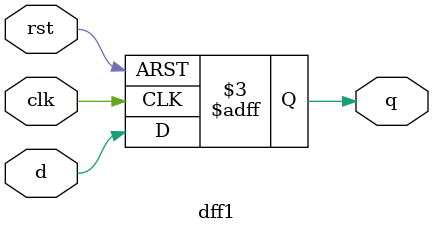
<source format=v>
module dff1(q,d,clk,rst);
output q;
input d,clk,rst;
reg q;
always @(posedge clk or negedge rst)
	if(~rst)
		q<=1'b0;
	else
		q=d;
endmodule
</source>
